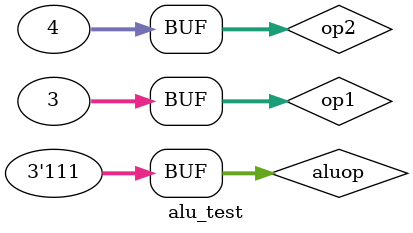
<source format=sv>


module alu_test();

logic[2:0] aluop;
logic[31:0] op1;
logic[31:0] op2;
logic[31:0] res;
alu aluUnderTest(aluop, op1,op2,res);
initial begin 
#100;
op1 = 32'b00000000000000000000000000000011;
op2 = 32'b00000000000000000000000000000100;
#10;
aluop = 000;
#10;
aluop = 001;
#10;
aluop = 110;
#10;
aluop = 011;
#10;
aluop = 111;
end
endmodule

</source>
